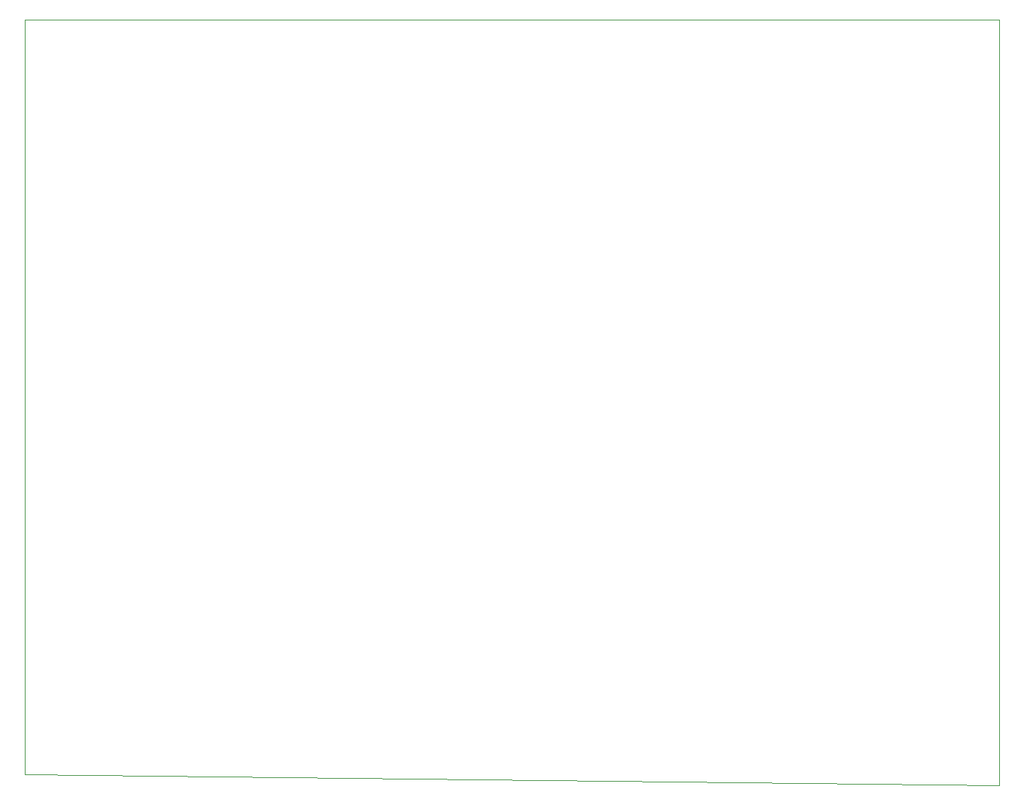
<source format=gbr>
%TF.GenerationSoftware,KiCad,Pcbnew,(5.1.12)-1*%
%TF.CreationDate,2022-11-24T21:41:11-03:00*%
%TF.ProjectId,LED_tree,4c45445f-7472-4656-952e-6b696361645f,rev?*%
%TF.SameCoordinates,Original*%
%TF.FileFunction,Profile,NP*%
%FSLAX46Y46*%
G04 Gerber Fmt 4.6, Leading zero omitted, Abs format (unit mm)*
G04 Created by KiCad (PCBNEW (5.1.12)-1) date 2022-11-24 21:41:11*
%MOMM*%
%LPD*%
G01*
G04 APERTURE LIST*
%TA.AperFunction,Profile*%
%ADD10C,0.100000*%
%TD*%
G04 APERTURE END LIST*
D10*
X177800000Y-25400000D02*
X177800000Y-114300000D01*
X64770000Y-25400000D02*
X177800000Y-25400000D01*
X64770000Y-113030000D02*
X64770000Y-25400000D01*
X177800000Y-114300000D02*
X64770000Y-113030000D01*
M02*

</source>
